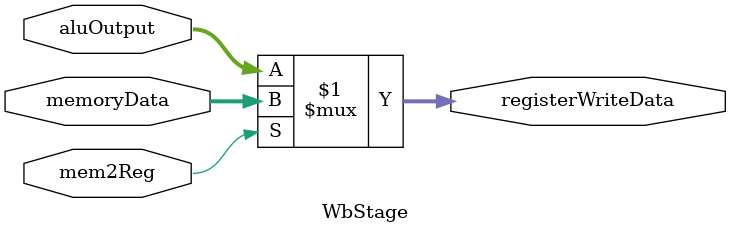
<source format=v>
`timescale 1ns / 1ps

module WbStage (
		input mem2Reg, 	// WM2REG
		input [31:0] memoryData,
		input [31:0] aluOutput,
		output [31:0] registerWriteData
	);

	assign registerWriteData = mem2Reg ? memoryData : aluOutput;
endmodule

</source>
